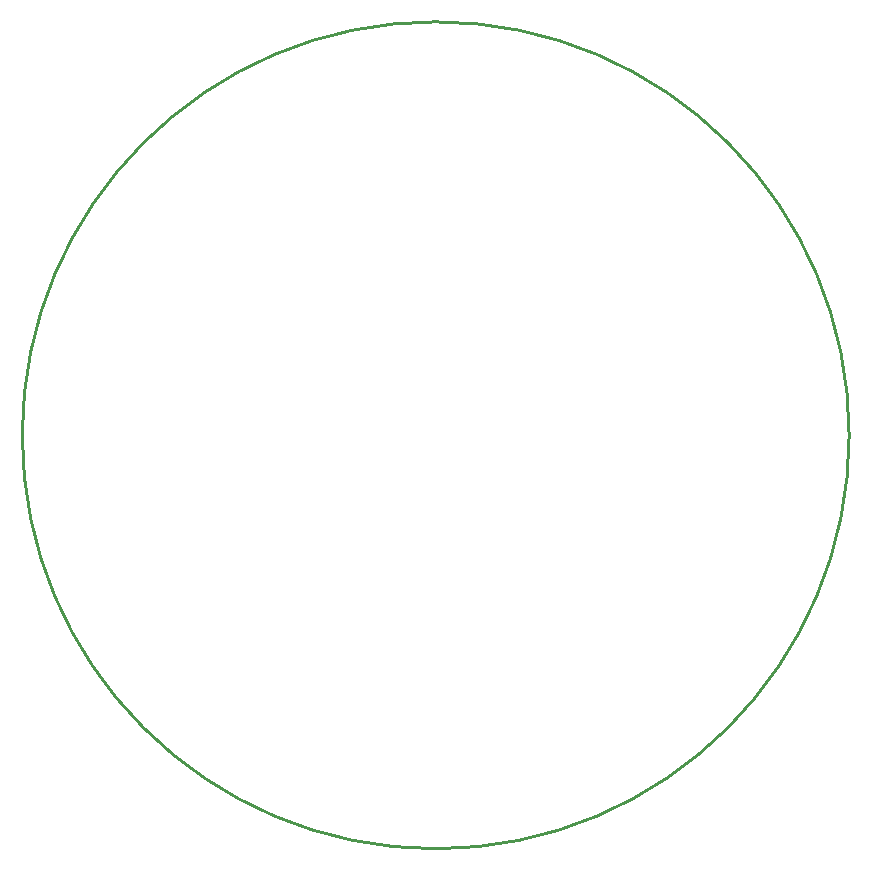
<source format=gm1>
G04*
G04 #@! TF.GenerationSoftware,Altium Limited,Altium Designer,19.0.15 (446)*
G04*
G04 Layer_Color=16711935*
%FSLAX25Y25*%
%MOIN*%
G70*
G01*
G75*
%ADD10C,0.01000*%
D10*
X-5Y-137783D02*
G03*
X137817Y39I0J137822D01*
G01*
D02*
G03*
X-5Y137861I-137822J0D01*
G01*
D02*
G03*
X-137827Y39I0J-137822D01*
G01*
D02*
G03*
X-5Y-137783I137822J0D01*
G01*
M02*

</source>
